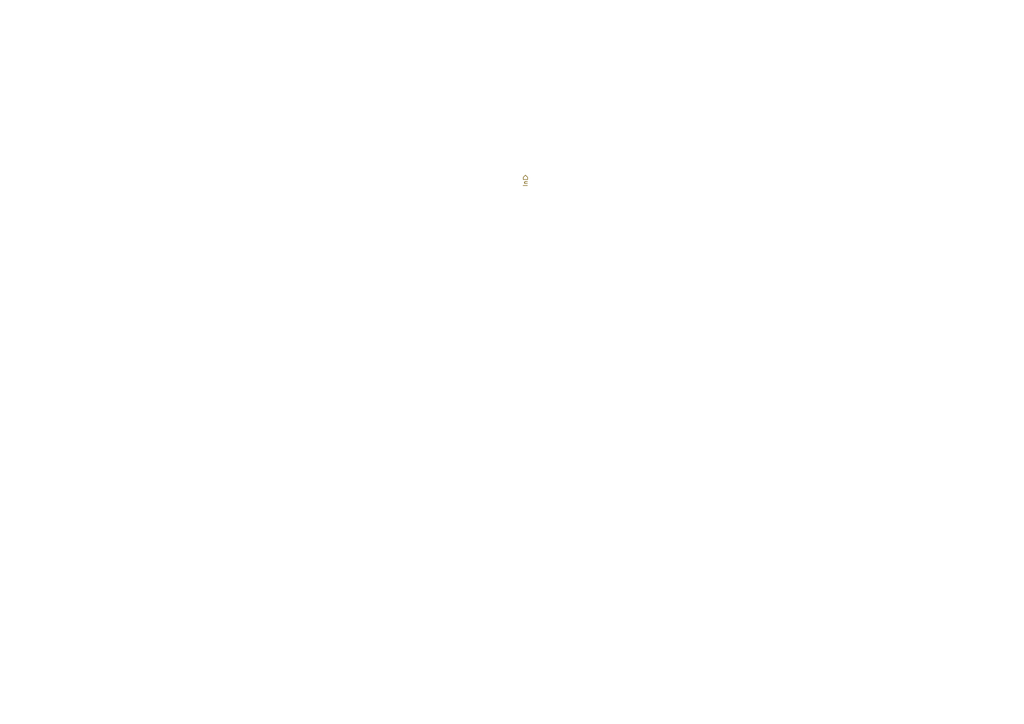
<source format=kicad_sch>
(kicad_sch (version 20211123) (generator eeschema)
  (paper "A4")
  (lib_symbols)
  (hierarchical_label "In" (shape input) (at 152.4 50.8 270))
)
</source>
